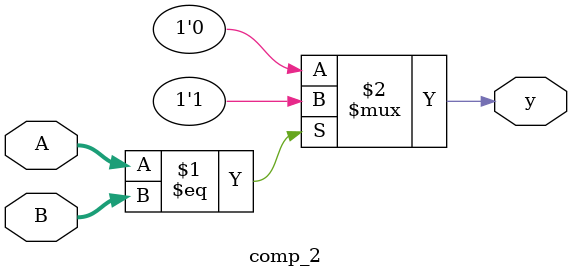
<source format=v>
module comp_2 (
    input [1:0] A,B,
    output y
);

assign y = (A == B) ? 1'b1 : 1'b0;

endmodule
</source>
